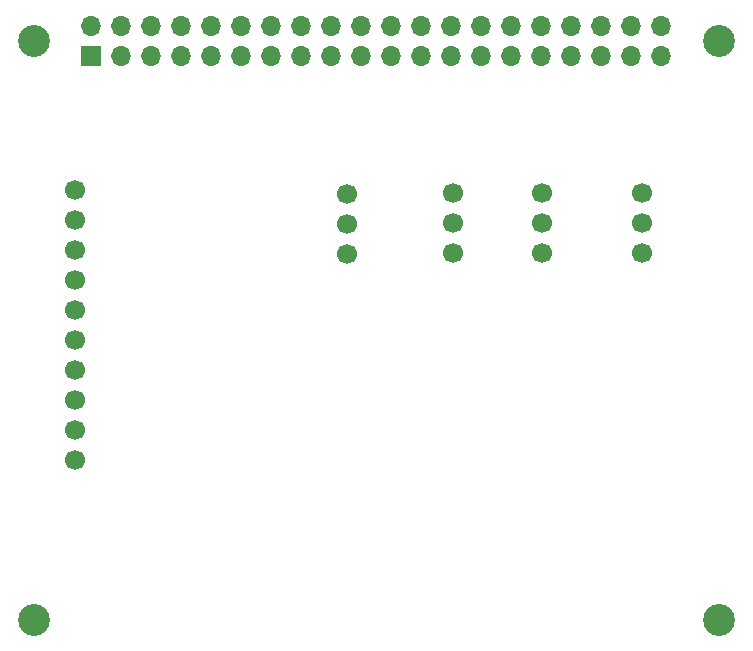
<source format=gbr>
%TF.GenerationSoftware,KiCad,Pcbnew,8.0.8*%
%TF.CreationDate,2025-02-20T10:17:43+01:00*%
%TF.ProjectId,pi_hat,70695f68-6174-42e6-9b69-6361645f7063,rev?*%
%TF.SameCoordinates,Original*%
%TF.FileFunction,Soldermask,Bot*%
%TF.FilePolarity,Negative*%
%FSLAX46Y46*%
G04 Gerber Fmt 4.6, Leading zero omitted, Abs format (unit mm)*
G04 Created by KiCad (PCBNEW 8.0.8) date 2025-02-20 10:17:43*
%MOMM*%
%LPD*%
G01*
G04 APERTURE LIST*
%ADD10C,2.700000*%
%ADD11C,1.700000*%
%ADD12R,1.700000X1.700000*%
%ADD13O,1.700000X1.700000*%
G04 APERTURE END LIST*
D10*
%TO.C,MH2*%
X61500000Y52500000D03*
%TD*%
D11*
%TO.C,A2*%
X39000000Y39580000D03*
X39000000Y37040000D03*
X39000000Y34500000D03*
%TD*%
%TO.C,A1*%
X30000000Y39500000D03*
X30000000Y36960000D03*
X30000000Y34420000D03*
%TD*%
%TO.C,A4*%
X55000000Y39580000D03*
X55000000Y37040000D03*
X55000000Y34500000D03*
%TD*%
D10*
%TO.C,MH3*%
X3500000Y3500000D03*
%TD*%
%TO.C,MH1*%
X3500000Y52500000D03*
%TD*%
D11*
%TO.C,U2*%
X7000000Y39860000D03*
X7000000Y37320000D03*
X7000000Y34780000D03*
X7000000Y32240000D03*
X7000000Y29700000D03*
X7000000Y27160000D03*
X7000000Y24620000D03*
X7000000Y22080000D03*
X7000000Y19540000D03*
X7000000Y17000000D03*
%TD*%
D10*
%TO.C,MH4*%
X61500000Y3500000D03*
%TD*%
D11*
%TO.C,A3*%
X46500000Y39580000D03*
X46500000Y37040000D03*
X46500000Y34500000D03*
%TD*%
D12*
%TO.C,J1*%
X8370000Y51230000D03*
D13*
X8370000Y53770000D03*
X10910000Y51230000D03*
X10910000Y53770000D03*
X13450000Y51230000D03*
X13450000Y53770000D03*
X15990000Y51230000D03*
X15990000Y53770000D03*
X18530000Y51230000D03*
X18530000Y53770000D03*
X21070000Y51230000D03*
X21070000Y53770000D03*
X23610000Y51230000D03*
X23610000Y53770000D03*
X26150000Y51230000D03*
X26150000Y53770000D03*
X28690000Y51230000D03*
X28690000Y53770000D03*
X31230000Y51230000D03*
X31230000Y53770000D03*
X33770000Y51230000D03*
X33770000Y53770000D03*
X36310000Y51230000D03*
X36310000Y53770000D03*
X38850000Y51230000D03*
X38850000Y53770000D03*
X41390000Y51230000D03*
X41390000Y53770000D03*
X43930000Y51230000D03*
X43930000Y53770000D03*
X46470000Y51230000D03*
X46470000Y53770000D03*
X49010000Y51230000D03*
X49010000Y53770000D03*
X51550000Y51230000D03*
X51550000Y53770000D03*
X54090000Y51230000D03*
X54090000Y53770000D03*
X56630000Y51230000D03*
X56630000Y53770000D03*
%TD*%
M02*

</source>
